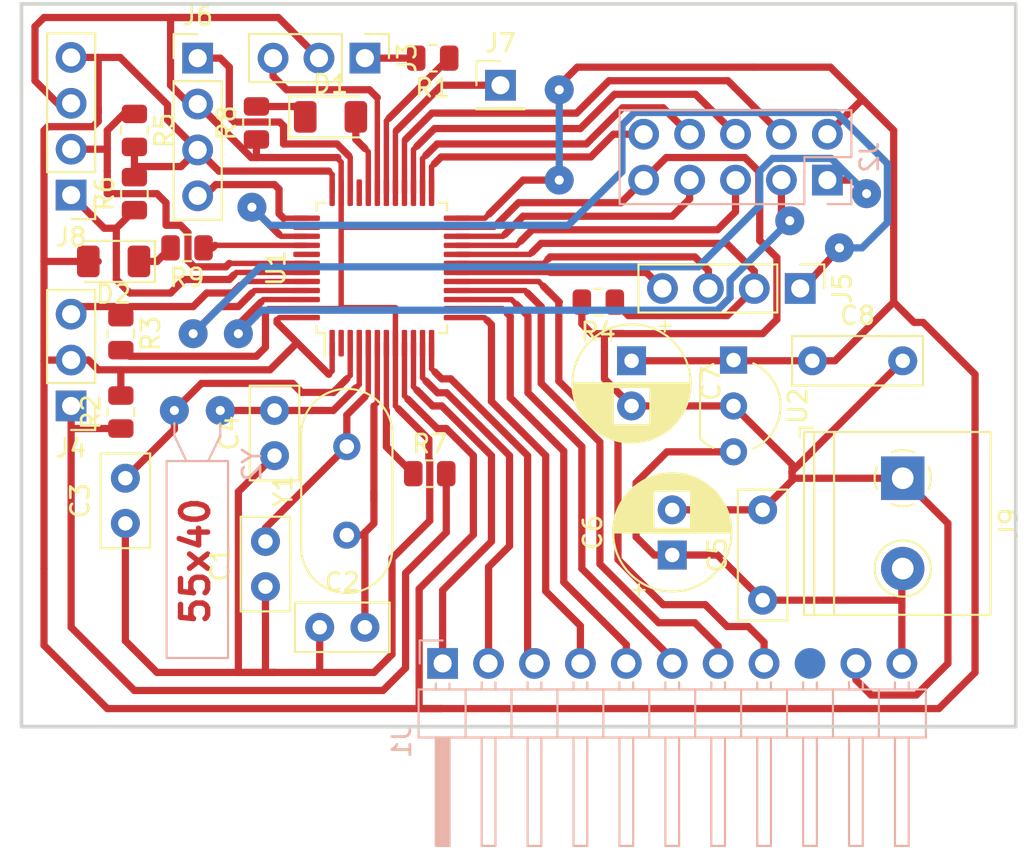
<source format=kicad_pcb>
(kicad_pcb (version 20221018) (generator pcbnew)
  (layers (0 "F.Cu" signal) (31 "B.Cu" signal) (34 "B.Paste" user) (35 "F.Paste" user) (36 "B.SilkS" user "B.Silkscreen") (37 "F.SilkS" user "F.Silkscreen") (38 "B.Mask" user) (39 "F.Mask" user) (44 "Edge.Cuts" user))
  (net 0 "")
  (net 1 "GNDD")
  (net 2 "Net-(U1-PD0)")
  (net 3 "Net-(U1-PD1)")
  (net 4 "Net-(U1-PC14)")
  (net 5 "Net-(U1-PC15)")
  (net 6 "+5V")
  (net 7 "VCC")
  (net 8 "Net-(J1-Pin_1)")
  (net 9 "Net-(J1-Pin_2)")
  (net 10 "Net-(J1-Pin_3)")
  (net 11 "Net-(J1-Pin_4)")
  (net 12 "Net-(J1-Pin_5)")
  (net 13 "Net-(J1-Pin_6)")
  (net 14 "Net-(J1-Pin_7)")
  (net 15 "Net-(J1-Pin_8)")
  (net 17 "Net-(J2-Pin_1)")
  (net 18 "Net-(J2-Pin_3)")
  (net 19 "Net-(J2-Pin_4)")
  (net 20 "Net-(J2-Pin_5)")
  (net 21 "Net-(J2-Pin_6)")
  (net 22 "Net-(J2-Pin_7)")
  (net 23 "Net-(J2-Pin_8)")
  (net 24 "Net-(J2-Pin_10)")
  (net 25 "Net-(J3-Pin_1)")
  (net 26 "/RX")
  (net 27 "/RST")
  (net 28 "/BOOT")
  (net 29 "Net-(J5-Pin_1)")
  (net 30 "Net-(J5-Pin_2)")
  (net 31 "Net-(J5-Pin_3)")
  (net 32 "Net-(J5-Pin_4)")
  (net 33 "/SWDIO")
  (net 34 "/SWCLK")
  (net 35 "Net-(J7-Pin_1)")
  (net 36 "/SDA")
  (net 37 "/SCL")
  (net 38 "/TX")
  (net 43 "Net-(U1-NRST)")
  (net 44 "Net-(D1-K)")
  (net 45 "Net-(D1-A)")
  (net 46 "Net-(D2-K)")
  (net 47 "Net-(U1-PB4)")
  (footprint "Connector_PinHeader_2.54mm:PinHeader_1x03_P2.54mm_Vertical" (layer "F.Cu") (at 23.75 45.25 180)
    (fp_text reference "J4")
    (fp_text value "BOOT/RST")
  )
  (footprint "Package_QFP:LQFP-48_7x7mm_P0.5mm" (layer "F.Cu") (at 40.9375 37.61 90)
    (fp_text reference "U1")
    (fp_text value "STM32F103C8Tx")
  )
  (footprint "Connector_PinHeader_2.54mm:PinHeader_1x04_P2.54mm_Vertical" (layer "F.Cu") (at 64.08 38.75 -90)
    (fp_text reference "J5")
    (fp_text value "7SEG_SEG")
  )
  (footprint "Capacitor_THT:C_Disc_D5.0mm_W2.5mm_P2.50mm" (layer "F.Cu") (at 34.5 55.25 90)
    (fp_text reference "C1")
    (fp_text value "22")
  )
  (footprint "Capacitor_THT:CP_Radial_D6.3mm_P2.50mm" (layer "F.Cu") (at 57 53.5 90)
    (fp_text reference "C6")
    (fp_text value "100.0")
  )
  (footprint "Capacitor_THT:C_Disc_D5.0mm_W2.5mm_P2.50mm" (layer "F.Cu") (at 35 48 90)
    (fp_text reference "C4")
    (fp_text value "22")
  )
  (footprint "Resistor_SMD:R_0805_2012Metric" (layer "F.Cu") (at 27.25 33.5 90)
    (fp_text reference "R6")
    (fp_text value "1k")
  )
  (footprint "Package_TO_SOT_THT:TO-92_Inline_Wide" (layer "F.Cu") (at 60.39 42.71 -90)
    (fp_text reference "U2")
    (fp_text value "L78L33_TO92")
  )
  (footprint "Capacitor_THT:C_Disc_D5.0mm_W2.5mm_P2.50mm" (layer "F.Cu") (at 37.5 57.5)
    (fp_text reference "C2")
    (fp_text value "22")
  )
  (footprint "TerminalBlock_Philmore:TerminalBlock_Philmore_TB132_1x02_P5.00mm_Horizontal" (layer "F.Cu") (at 69.75 49.25 -90)
    (fp_text reference "J9")
    (fp_text value "PWR")
  )
  (footprint "Resistor_SMD:R_0805_2012Metric" (layer "F.Cu") (at 52.9125 39.5 180)
    (fp_text reference "R4")
    (fp_text value "1k")
  )
  (footprint "LED_SMD:LED_1206_3216Metric" (layer "F.Cu") (at 38.1 29.25)
    (fp_text reference "D1")
    (fp_text value "LED")
  )
  (footprint "Connector_PinHeader_2.54mm:PinHeader_1x04_P2.54mm_Vertical" (layer "F.Cu") (at 30.75 26)
    (fp_text reference "J6")
    (fp_text value "SWD")
  )
  (footprint "Resistor_SMD:R_0805_2012Metric" (layer "F.Cu") (at 26.5 45.5875 90)
    (fp_text reference "R2")
    (fp_text value "1k")
  )
  (footprint "Resistor_SMD:R_0805_2012Metric" (layer "F.Cu") (at 27.25 30 -90)
    (fp_text reference "R5")
    (fp_text value "1k")
  )
  (footprint "Capacitor_THT:CP_Radial_D6.3mm_P2.50mm" (layer "F.Cu") (at 54.75 42.75 -90)
    (fp_text reference "C7")
    (fp_text value "100.0")
  )
  (footprint "Crystal:Crystal_HC18-U_Vertical" (layer "F.Cu") (at 39 52.4 90)
    (fp_text reference "Y1")
    (fp_text value "8MHz")
  )
  (footprint "Capacitor_THT:C_Disc_D5.0mm_W2.5mm_P2.50mm" (layer "F.Cu") (at 26.75 51.75 90)
    (fp_text reference "C3")
    (fp_text value "22")
  )
  (footprint "Connector_PinHeader_2.54mm:PinHeader_1x03_P2.54mm_Vertical" (layer "F.Cu") (at 40 26 -90)
    (fp_text reference "J3")
    (fp_text value "UART")
  )
  (footprint "Resistor_SMD:R_0805_2012Metric" (layer "F.Cu") (at 30.1625 36.5 180)
    (fp_text reference "R9")
    (fp_text value "1k")
  )
  (footprint "Resistor_SMD:R_0805_2012Metric" (layer "F.Cu") (at 26.5 41.25 -90)
    (fp_text reference "R3")
    (fp_text value "1k")
  )
  (footprint "Capacitor_THT:C_Disc_D7.0mm_W2.5mm_P5.00mm" (layer "F.Cu") (at 64.75 42.75)
    (fp_text reference "C8")
    (fp_text value "0.1")
  )
  (footprint "Resistor_SMD:R_0805_2012Metric" (layer "F.Cu") (at 34 29.5875 90)
    (fp_text reference "R8")
    (fp_text value "1k")
  )
  (footprint "Capacitor_THT:C_Disc_D7.0mm_W2.5mm_P5.00mm" (layer "F.Cu") (at 62 56 90)
    (fp_text reference "C5")
    (fp_text value "0.1")
  )
  (footprint "Connector_PinHeader_2.54mm:PinHeader_1x01_P2.54mm_Vertical" (layer "F.Cu") (at 47.5 27.5)
    (fp_text reference "J7")
    (fp_text value "PWM")
  )
  (footprint "LED_SMD:LED_1206_3216Metric" (layer "F.Cu") (at 26.1 37.25 180)
    (fp_text reference "D2")
    (fp_text value "LED")
  )
  (footprint "Connector_PinHeader_2.54mm:PinHeader_1x04_P2.54mm_Vertical" (layer "F.Cu") (at 23.75 33.58 180)
    (fp_text reference "J8")
    (fp_text value "I2C")
  )
  (footprint "Resistor_SMD:R_0805_2012Metric" (layer "F.Cu") (at 43.5875 49)
    (fp_text reference "R7")
    (fp_text value "0")
  )
  (footprint "Resistor_SMD:R_0805_2012Metric" (layer "F.Cu") (at 43.75 26 180)
    (fp_text reference "R1")
    (fp_text value "1k")
  )
  (footprint "Crystal:Crystal_AT310_D3.0mm_L10.0mm_Horizontal" (layer "B.Cu") (at 32 45.5 180)
    (fp_text reference "Y2")
    (fp_text value "32k")
  )
  (footprint "Connector_PinHeader_2.54mm:PinHeader_2x05_P2.54mm_Vertical" (layer "B.Cu") (at 65.58 32.75 90)
    (fp_text reference "J2")
    (fp_text value "7SEG_SEG")
  )
  (footprint "Connector_PinHeader_2.54mm:PinHeader_1x11_P2.54mm_Horizontal" (layer "B.Cu") (at 44.3 59.5 -90)
    (fp_text reference "J1")
    (fp_text value "KBD")
  )
  (gr_rect (start 21 23) (end 76 63) (stroke (width 0.2)) (fill none) (layer "Edge.Cuts"))
  (gr_text "55x40" (at 31.5 57.5 90) (layer "F.Cu") (effects (font (size 1.5 1.5) (thickness 0.3) bold) (justify left bottom)))
  (segment (start 40.5 60) (end 37.25 60) (width 0.4) (layer "F.Cu") (net 1))
  (segment (start 47.375 35.125) (end 48.5 34) (width 0.4) (layer "F.Cu") (net 1))
  (segment (start 33 60) (end 34.5 60) (width 0.4) (layer "F.Cu") (net 1))
  (segment (start 61.79 34.2) (end 61.84 34.25) (width 0.4) (layer "F.Cu") (net 1))
  (segment (start 37.5 57.5) (end 37.5 60) (width 0.4) (layer "F.Cu") (net 1))
  (segment (start 43.5375 47.1) (end 43.5375 48.223834) (width 0.4) (layer "F.Cu") (net 1))
  (segment (start 62 41.25) (end 62.79 40.46) (width 0.4) (layer "F.Cu") (net 1))
  (segment (start 54.17 34) (end 55.42 32.75) (width 0.4) (layer "F.Cu") (net 1))
  (segment (start 35.21 23.75) (end 30.75 23.75) (width 0.4) (layer "F.Cu") (net 1))
  (segment (start 48.5 34) (end 54.17 34) (width 0.4) (layer "F.Cu") (net 1))
  (segment (start 29.25 27.5) (end 30.29 28.54) (width 0.4) (layer "F.Cu") (net 1))
  (segment (start 35 48) (end 33 50) (width 0.4) (layer "F.Cu") (net 1))
  (segment (start 22.25 23.75) (end 21.75 24.25) (width 0.4) (layer "F.Cu") (net 1))
  (segment (start 62.79 40.46) (end 62.79 37.04) (width 0.4) (layer "F.Cu") (net 1))
  (segment (start 41.6875 45.25) (end 41.84375 45.40625) (width 0.3) (layer "F.Cu") (net 1))
  (segment (start 28.5 60) (end 27.125 58.625) (width 0.4) (layer "F.Cu") (net 1))
  (segment (start 72.25 59.5) (end 70.5 61.25) (width 0.4) (layer "F.Cu") (net 1))
  (segment (start 54.25 41.25) (end 53.25 41.25) (width 0.4) (layer "F.Cu") (net 1))
  (segment (start 61.017767 31.5) (end 61.79 32.272233) (width 0.4) (layer "F.Cu") (net 1))
  (segment (start 34.5 40.021447) (end 34.5 40.5) (width 0.4) (layer "F.Cu") (net 1))
  (segment (start 60.39 45.25) (end 63.625 48.485) (width 0.4) (layer "F.Cu") (net 1))
  (segment (start 56.67 31.5) (end 61.017767 31.5) (width 0.4) (layer "F.Cu") (net 1))
  (segment (start 34.5 60) (end 35 60) (width 0.4) (layer "F.Cu") (net 1))
  (segment (start 53.25 41.25) (end 53.25 41.95) (width 0.4) (layer "F.Cu") (net 1))
  (segment (start 55.42 32.75) (end 56.67 31.5) (width 0.4) (layer "F.Cu") (net 1))
  (segment (start 37.5 60) (end 37.25 60) (width 0.4) (layer "F.Cu") (net 1))
  (segment (start 34 31.5) (end 33.71 31.5) (width 0.4) (layer "F.Cu") (net 1))
  (segment (start 38.64 39.86) (end 41.6875 39.86) (width 0.4) (layer "F.Cu") (net 1))
  (segment (start 38.6875 33.4475) (end 38.6875 35.25) (width 0.3) (layer "F.Cu") (net 1))
  (segment (start 69.75 49.25) (end 72.25 51.75) (width 0.4) (layer "F.Cu") (net 1))
  (segment (start 34.5 55.25) (end 34.5 60) (width 0.4) (layer "F.Cu") (net 1))
  (segment (start 21.75 27.25) (end 23 28.5) (width 0.4) (layer "F.Cu") (net 1))
  (segment (start 41.84375 45.40625) (end 43.5375 47.1) (width 0.4) (layer "F.Cu") (net 1))
  (segment (start 53.25 43.75) (end 54.75 45.25) (width 0.4) (layer "F.Cu") (net 1))
  (segment (start 45.1 35.36) (end 47.14 35.36) (width 0.3) (layer "F.Cu") (net 1))
  (segment (start 37.46 26) (end 35.21 23.75) (width 0.4) (layer "F.Cu") (net 1))
  (segment (start 34 42.5) (end 27 42.5) (width 0.4) (layer "F.Cu") (net 1))
  (segment (start 62.79 37.04) (end 61.84 36.09) (width 0.4) (layer "F.Cu") (net 1))
  (segment (start 43.5875 48.273834) (end 43.5875 51.6) (width 0.4) (layer "F.Cu") (net 1))
  (segment (start 33.71 31.5) (end 30.75 28.54) (width 0.4) (layer "F.Cu") (net 1))
  (segment (start 47.14 35.36) (end 47.375 35.125) (width 0.3) (layer "F.Cu") (net 1))
  (segment (start 43.5875 51.6) (end 41.5 53.6875) (width 0.4) (layer "F.Cu") (net 1))
  (segment (start 41.6875 41.7725) (end 41.6875 45.25) (width 0.3) (layer "F.Cu") (net 1))
  (segment (start 54.25 41.25) (end 52.55 41.25) (width 0.4) (layer "F.Cu") (net 1))
  (segment (start 63.625 49) (end 63.625 49.375) (width 0.4) (layer "F.Cu") (net 1))
  (segment (start 63.75 49.25) (end 63.625 49.375) (width 0.4) (layer "F.Cu") (net 1))
  (segment (start 30.29 28.54) (end 30.75 28.54) (width 0.4) (layer "F.Cu") (net 1))
  (segment (start 63.625 48.875) (end 63.625 49) (width 0.4) (layer "F.Cu") (net 1))
  (segment (start 38.6875 31.758212) (end 38.464644 31.535356) (width 0.3) (layer "F.Cu") (net 1))
  (segment (start 26.75 51.75) (end 26.75 58.25) (width 0.4) (layer "F.Cu") (net 1))
  (segment (start 35 60) (end 28.5 60) (width 0.4) (layer "F.Cu") (net 1))
  (segment (start 36.775 39.86) (end 34.667818 39.86) (width 0.3) (layer "F.Cu") (net 1))
  (segment (start 63.625 49.375) (end 62 51) (width 0.4) (layer "F.Cu") (net 1))
  (segment (start 61.84 36.09) (end 61.84 34.25) (width 0.4) (layer "F.Cu") (net 1))
  (segment (start 52.55 41.25) (end 52.275 40.975) (width 0.4) (layer "F.Cu") (net 1))
  (segment (start 30.75 23.75) (end 22.25 23.75) (width 0.4) (layer "F.Cu") (net 1))
  (segment (start 38.7975 35.36) (end 38.6875 35.25) (width 0.3) (layer "F.Cu") (net 1))
  (segment (start 52 40.7) (end 52.275 40.975) (width 0.4) (layer "F.Cu") (net 1))
  (segment (start 53.25 41.95) (end 53.25 43.75) (width 0.4) (layer "F.Cu") (net 1))
  (segment (start 30.75 23.75) (end 29.25 23.75) (width 0.4) (layer "F.Cu") (net 1))
  (segment (start 37.25 60) (end 35 60) (width 0.4) (layer "F.Cu") (net 1))
  (segment (start 34 30.5) (end 34 31.5) (width 0.4) (layer "F.Cu") (net 1))
  (segment (start 70.5 61.25) (end 68 61.25) (width 0.4) (layer "F.Cu") (net 1))
  (segment (start 43.5375 48.223834) (end 43.5875 48.273834) (width 0.4) (layer "F.Cu") (net 1))
  (segment (start 38.6875 35.25) (end 38.6875 39.8125) (width 0.3) (layer "F.Cu") (net 1))
  (segment (start 34.667818 39.86) (end 34.638909 39.888909) (width 0.3) (layer "F.Cu") (net 1))
  (segment (start 33 50) (end 33 60) (width 0.4) (layer "F.Cu") (net 1))
  (segment (start 54.25 41.25) (end 62 41.25) (width 0.4) (layer "F.Cu") (net 1))
  (segment (start 69.75 49.25) (end 63.75 49.25) (width 0.4) (layer "F.Cu") (net 1))
  (segment (start 34.5 40.5) (end 34.5 42) (width 0.4) (layer "F.Cu") (net 1))
  (segment (start 52 39.5) (end 52 40.7) (width 0.4) (layer "F.Cu") (net 1))
  (segment (start 29.25 23.75) (end 29.25 27.5) (width 0.4) (layer "F.Cu") (net 1))
  (segment (start 57 51) (end 62 51) (width 0.4) (layer "F.Cu") (net 1))
  (segment (start 69.75 42.75) (end 63.625 48.875) (width 0.4) (layer "F.Cu") (net 1))
  (segment (start 41.6875 41.7725) (end 41.6875 39.86) (width 0.3) (layer "F.Cu") (net 1))
  (segment (start 45.1 35.36) (end 38.7975 35.36) (width 0.3) (layer "F.Cu") (net 1))
  (segment (start 72.25 51.75) (end 72.25 59.5) (width 0.4) (layer "F.Cu") (net 1))
  (segment (start 34.5 42) (end 34 42.5) (width 0.4) (layer "F.Cu") (net 1))
  (segment (start 63.625 48.485) (end 63.625 49) (width 0.4) (layer "F.Cu") (net 1))
  (segment (start 61.79 32.272233) (end 61.79 34.2) (width 0.4) (layer "F.Cu") (net 1))
  (segment (start 67.16 60.41) (end 67.16 59.5) (width 0.4) (layer "F.Cu") (net 1))
  (segment (start 21.75 24.25) (end 21.75 27.25) (width 0.4) (layer "F.Cu") (net 1))
  (segment (start 38.5 31.5) (end 34 31.5) (width 0.4) (layer "F.Cu") (net 1))
  (segment (start 68 61.25) (end 67.16 60.41) (width 0.4) (layer "F.Cu") (net 1))
  (segment (start 41.5 53.6875) (end 41.5 59) (width 0.4) (layer "F.Cu") (net 1))
  (segment (start 23 28.5) (end 23.75 28.5) (width 0.4) (layer "F.Cu") (net 1))
  (segment (start 38.6875 39.8125) (end 38.64 39.86) (width 0.3) (layer "F.Cu") (net 1))
  (segment (start 26.75 58.25) (end 27.125 58.625) (width 0.4) (layer "F.Cu") (net 1))
  (segment (start 41.5 59) (end 40.5 60) (width 0.4) (layer "F.Cu") (net 1))
  (segment (start 54.75 45.25) (end 60.39 45.25) (width 0.4) (layer "F.Cu") (net 1))
  (segment (start 27 42.5) (end 26.5 42) (width 0.4) (layer "F.Cu") (net 1))
  (segment (start 36.775 39.86) (end 38.64 39.86) (width 0.3) (layer "F.Cu") (net 1))
  (segment (start 38.6875 33.4475) (end 38.6875 31.758212) (width 0.3) (layer "F.Cu") (net 1))
  (segment (start 40 44.75) (end 39 45.75) (width 0.4) (layer "F.Cu") (net 2))
  (segment (start 34.5 52) (end 34.5 52.75) (width 0.4) (layer "F.Cu") (net 2))
  (segment (start 39 45.75) (end 39 47.5) (width 0.4) (layer "F.Cu") (net 2))
  (segment (start 39 47.5) (end 34.5 52) (width 0.4) (layer "F.Cu") (net 2))
  (segment (start 40.1875 41.7725) (end 40.1875 44.5625) (width 0.3) (layer "F.Cu") (net 2))
  (segment (start 40.1875 44.5625) (end 40 44.75) (width 0.3) (layer "F.Cu") (net 2))
  (segment (start 39.85 52.4) (end 40 52.25) (width 0.4) (layer "F.Cu") (net 3))
  (segment (start 39 52.4) (end 39.85 52.4) (width 0.4) (layer "F.Cu") (net 3))
  (segment (start 40.5 45.25) (end 40.5 50) (width 0.4) (layer "F.Cu") (net 3))
  (segment (start 40.6875 44.75) (end 40.6875 45.0625) (width 0.3) (layer "F.Cu") (net 3))
  (segment (start 40.5 50) (end 40.5 50.525) (width 0.4) (layer "F.Cu") (net 3))
  (segment (start 40.6875 41.7725) (end 40.6875 44.75) (width 0.3) (layer "F.Cu") (net 3))
  (segment (start 40.5 50) (end 40.5 51.75) (width 0.4) (layer "F.Cu") (net 3))
  (segment (start 40.5 51.75) (end 40 52.25) (width 0.4) (layer "F.Cu") (net 3))
  (segment (start 40 57.5) (end 40 52.25) (width 0.4) (layer "F.Cu") (net 3))
  (segment (start 40.6875 45.0625) (end 40.5 45.25) (width 0.3) (layer "F.Cu") (net 3))
  (segment (start 38.25 44.5) (end 39 43.75) (width 0.4) (layer "F.Cu") (net 4))
  (segment (start 39.1875 43.5625) (end 39 43.75) (width 0.3) (layer "F.Cu") (net 4))
  (segment (start 39.1875 41.7725) (end 39.1875 43.5625) (width 0.3) (layer "F.Cu") (net 4))
  (segment (start 29.46 46.54) (end 26.75 49.25) (width 0.4) (layer "F.Cu") (net 4))
  (segment (start 30.96 44) (end 36 44) (width 0.4) (layer "F.Cu") (net 4))
  (segment (start 36.5 44.5) (end 38.25 44.5) (width 0.4) (layer "F.Cu") (net 4))
  (segment (start 36 44) (end 36.5 44.5) (width 0.4) (layer "F.Cu") (net 4))
  (segment (start 29.46 45.5) (end 29.46 46.54) (width 0.4) (layer "F.Cu") (net 4))
  (segment (start 29.46 45.5) (end 30.96 44) (width 0.4) (layer "F.Cu") (net 4))
  (segment (start 35 45.5) (end 32 45.5) (width 0.4) (layer "F.Cu") (net 5))
  (segment (start 39.5 44.25) (end 38.25 45.5) (width 0.4) (layer "F.Cu") (net 5))
  (segment (start 39.6875 44.0625) (end 39.5 44.25) (width 0.3) (layer "F.Cu") (net 5))
  (segment (start 39.6875 41.7725) (end 39.6875 44.0625) (width 0.3) (layer "F.Cu") (net 5))
  (segment (start 38.25 45.5) (end 35 45.5) (width 0.4) (layer "F.Cu") (net 5))
  (segment (start 62 56) (end 59.5 53.5) (width 0.4) (layer "F.Cu") (net 6))
  (segment (start 69.7 54.3) (end 69.75 54.25) (width 0.4) (layer "F.Cu") (net 6))
  (segment (start 62 56) (end 69.7 56) (width 0.4) (layer "F.Cu") (net 6))
  (segment (start 69.7 59.5) (end 69.7 56) (width 0.4) (layer "F.Cu") (net 6))
  (segment (start 57 53.5) (end 56 53.5) (width 0.4) (layer "F.Cu") (net 6))
  (segment (start 55 49.5) (end 56.71 47.79) (width 0.4) (layer "F.Cu") (net 6))
  (segment (start 56 53.5) (end 55 52.5) (width 0.4) (layer "F.Cu") (net 6))
  (segment (start 56.71 47.79) (end 60.39 47.79) (width 0.4) (layer "F.Cu") (net 6))
  (segment (start 55 52.5) (end 55 49.5) (width 0.4) (layer "F.Cu") (net 6))
  (segment (start 69.7 56) (end 69.7 54.3) (width 0.4) (layer "F.Cu") (net 6))
  (segment (start 59.5 53.5) (end 57 53.5) (width 0.4) (layer "F.Cu") (net 6))
  (segment (start 31 43.25) (end 26.5 43.25) (width 0.4) (layer "F.Cu") (net 7))
  (segment (start 38 32.25) (end 31.92 32.25) (width 0.4) (layer "F.Cu") (net 7))
  (segment (start 22.25 58.5) (end 22.25 54.25) (width 0.4) (layer "F.Cu") (net 7))
  (segment (start 70.875 40.625) (end 73.75 43.5) (width 0.4) (layer "F.Cu") (net 7))
  (segment (start 65.75 26.5) (end 67.625 28.375) (width 0.4) (layer "F.Cu") (net 7))
  (segment (start 26.5 44.675) (end 26.5 43.25) (width 0.4) (layer "F.Cu") (net 7))
  (segment (start 35.14 40.5) (end 35.14 40.64) (width 0.4) (layer "F.Cu") (net 7))
  (segment (start 73.75 43.5) (end 73.75 60) (width 0.4) (layer "F.Cu") (net 7))
  (segment (start 25.75 62) (end 22.25 58.5) (width 0.4) (layer "F.Cu") (net 7))
  (segment (start 43 62) (end 44.25 62) (width 0.4) (layer "F.Cu") (net 7))
  (segment (start 27.25 30.9125) (end 27.25 32.5875) (width 0.4) (layer "F.Cu") (net 7))
  (segment (start 70.375 40.625) (end 70.875 40.625) (width 0.4) (layer "F.Cu") (net 7))
  (segment (start 35.14 40.64) (end 36.25 41.75) (width 0.4) (layer "F.Cu") (net 7))
  (segment (start 46.875 34.625) (end 48.75 32.75) (width 0.4) (layer "F.Cu") (net 7))
  (segment (start 22.25 30) (end 22.457106 29.792894) (width 0.4) (layer "F.Cu") (net 7))
  (segment (start 73.75 60) (end 71.75 62) (width 0.4) (layer "F.Cu") (net 7))
  (segment (start 25.25 29) (end 25.25 25.96) (width 0.4) (layer "F.Cu") (net 7))
  (segment (start 22.25 37.25) (end 22.25 30) (width 0.4) (layer "F.Cu") (net 7))
  (segment (start 50.75 27.75) (end 50.75 27.5) (width 0.4) (layer "F.Cu") (net 7))
  (segment (start 36.25 41.75) (end 34.75 43.25) (width 0.4) (layer "F.Cu") (net 7))
  (segment (start 23.75 42.71) (end 22.29 42.71) (width 0.4) (layer "F.Cu") (net 7))
  (segment (start 25.25 29) (end 25.25 28.75) (width 0.4) (layer "F.Cu") (net 7))
  (segment (start 69.25 30) (end 67.625 28.375) (width 0.4) (layer "F.Cu") (net 7))
  (segment (start 22.25 42.75) (end 22.25 41.75) (width 0.4) (layer "F.Cu") (net 7))
  (segment (start 27.25 32) (end 29.83 32) (width 0.4) (layer "F.Cu") (net 7))
  (segment (start 46 52.375) (end 43 55.375) (width 0.4) (layer "F.Cu") (net 7))
  (segment (start 36.775 40.36) (end 35.28 40.36) (width 0.3) (layer "F.Cu") (net 7))
  (segment (start 26.46 25.96) (end 29.085 28.585) (width 0.4) (layer "F.Cu") (net 7))
  (segment (start 45.1 34.86) (end 46.64 34.86) (width 0.3) (layer "F.Cu") (net 7))
  (segment (start 24.957106 29.792894) (end 25.25 29.5) (width 0.4) (layer "F.Cu") (net 7))
  (segment (start 29.085 29.415) (end 30.75 31.08) (width 0.4) (layer "F.Cu") (net 7))
  (segment (start 50.75 27.5) (end 51.75 26.5) (width 0.4) (layer "F.Cu") (net 7))
  (segment (start 61.5 26.5) (end 65.75 26.5) (width 0.4) (layer "F.Cu") (net 7))
  (segment (start 51.75 26.5) (end 61.5 26.5) (width 0.4) (layer "F.Cu") (net 7))
  (segment (start 31.92 32.25) (end 30.75 31.08) (width 0.4) (layer "F.Cu") (net 7))
  (segment (start 38.1875 43.3125) (end 38 43.5) (width 0.3) (layer "F.Cu") (net 7))
  (segment (start 38.1875 33.4475) (end 38.1875 32.4375) (width 0.3) (layer "F.Cu") (net 7))
  (segment (start 34.75 43.25) (end 31 43.25) (width 0.4) (layer "F.Cu") (net 7))
  (segment (start 36.25 41.75) (end 38 43.5) (width 0.4) (layer "F.Cu") (net 7))
  (segment (start 66 42.75) (end 69.25 39.5) (width 0.4) (layer "F.Cu") (net 7))
  (segment (start 44 46.5) (end 44.5 46.5) (width 0.4) (layer "F.Cu") (net 7))
  (segment (start 64.75 42.75) (end 66 42.75) (width 0.4) (layer "F.Cu") (net 7))
  (segment (start 44.25 62) (end 25.75 62) (width 0.4) (layer "F.Cu") (net 7))
  (segment (start 42.1875 44.6875) (end 42.375 44.875) (width 0.3) (layer "F.Cu") (net 7))
  (segment (start 29.085 28.585) (end 29.085 29.415) (width 0.4) (layer "F.Cu") (net 7))
  (segment (start 23.75 25.96) (end 25.25 25.96) (width 0.4) (layer "F.Cu") (net 7))
  (segment (start 71.75 62) (end 44.25 62) (width 0.4) (layer "F.Cu") (net 7))
  (segment (start 42.1875 41.7725) (end 42.1875 44.6875) (width 0.3) (layer "F.Cu") (net 7))
  (segment (start 25.25 43.25) (end 24.71 42.71) (width 0.4) (layer "F.Cu") (net 7))
  (segment (start 22.457106 29.792894) (end 24.957106 29.792894) (width 0.4) (layer "F.Cu") (net 7))
  (segment (start 24.71 42.71) (end 23.75 42.71) (width 0.4) (layer "F.Cu") (net 7))
  (segment (start 22.29 42.71) (end 22.25 42.75) (width 0.4) (layer "F.Cu") (net 7))
  (segment (start 22.25 41.75) (end 22.25 37.25) (width 0.4) (layer "F.Cu") (net 7))
  (segment (start 43 55.375) (end 43 62) (width 0.4) (layer "F.Cu") (net 7))
  (segment (start 48.75 32.75) (end 50.75 32.75) (width 0.4) (layer "F.Cu") (net 7))
  (segment (start 25.25 25.96) (end 26.46 25.96) (width 0.4) (layer "F.Cu") (net 7))
  (segment (start 29.83 32) (end 30.75 31.08) (width 0.4) (layer "F.Cu") (net 7))
  (segment (start 44.5 46.5) (end 46 48) (width 0.4) (layer "F.Cu") (net 7))
  (segment (start 46.64 34.86) (end 46.875 34.625) (width 0.3) (layer "F.Cu") (net 7))
  (segment (start 42.375 44.875) (end 44 46.5) (width 0.4) (layer "F.Cu") (net 7))
  (segment (start 25.25 29.5) (end 25.25 29) (width 0.4) (layer "F.Cu") (net 7))
  (segment (start 69.25 39.5) (end 69.25 30) (width 0.4) (layer "F.Cu") (net 7))
  (segment (start 54.75 42.75) (end 64.75 42.75) (width 0.4) (layer "F.Cu") (net 7))
  (segment (start 26.5 43.25) (end 25.25 43.25) (width 0.4) (layer "F.Cu") (net 7))
  (segment (start 25.25 37.25) (end 22.25 37.25) (width 0.4) (layer "F.Cu") (net 7))
  (segment (start 35.28 40.36) (end 35.14 40.5) (width 0.3) (layer "F.Cu") (net 7))
  (segment (start 65.58 30.21) (end 67.415 28.375) (width 0.4) (layer "F.Cu") (net 7))
  (segment (start 69.25 39.5) (end 70.375 40.625) (width 0.4) (layer "F.Cu") (net 7))
  (segment (start 67.415 28.375) (end 67.625 28.375) (width 0.4) (layer "F.Cu") (net 7))
  (segment (start 38.1875 41.7725) (end 38.1875 43.3125) (width 0.3) (layer "F.Cu") (net 7))
  (segment (start 22.25 54.25) (end 22.25 42.75) (width 0.4) (layer "F.Cu") (net 7))
  (segment (start 46 48) (end 46 52.375) (width 0.4) (layer "F.Cu") (net 7))
  (segment (start 38.1875 32.4375) (end 38 32.25) (width 0.3) (layer "F.Cu") (net 7))
  (via (at 50.75 27.75) (size 1.6) (drill 0.5) (layers "F.Cu" "B.Cu") (net 7))
  (via (at 50.75 32.75) (size 1.6) (drill 0.5) (layers "F.Cu" "B.Cu") (net 7))
  (segment (start 50.75 27.75) (end 50.75 32.75) (width 0.4) (layer "B.Cu") (net 7))
  (segment (start 47 48) (end 47 52.75) (width 0.4) (layer "F.Cu") (net 8))
  (segment (start 43.75 45.25) (end 44.25 45.25) (width 0.4) (layer "F.Cu") (net 8))
  (segment (start 47 52.75) (end 44.3 55.45) (width 0.4) (layer "F.Cu") (net 8))
  (segment (start 44.25 45.25) (end 47 48) (width 0.4) (layer "F.Cu") (net 8))
  (segment (start 42.6875 41.7725) (end 42.6875 44.1875) (width 0.3) (layer "F.Cu") (net 8))
  (segment (start 44.3 55.45) (end 44.3 59.5) (width 0.4) (layer "F.Cu") (net 8))
  (segment (start 42.875 44.375) (end 43.75 45.25) (width 0.4) (layer "F.Cu") (net 8))
  (segment (start 42.6875 44.1875) (end 42.875 44.375) (width 0.3) (layer "F.Cu") (net 8))
  (segment (start 44.021447 44.521447) (end 44.521447 44.521447) (width 0.4) (layer "F.Cu") (net 9))
  (segment (start 48 48) (end 48 53) (width 0.4) (layer "F.Cu") (net 9))
  (segment (start 43.375 43.875) (end 44.021447 44.521447) (width 0.4) (layer "F.Cu") (net 9))
  (segment (start 43.1875 43.6875) (end 43.375 43.875) (width 0.3) (layer "F.Cu") (net 9))
  (segment (start 44.521447 44.521447) (end 48 48) (width 0.4) (layer "F.Cu") (net 9))
  (segment (start 48 53) (end 46.84 54.16) (width 0.4) (layer "F.Cu") (net 9))
  (segment (start 46.84 54.16) (end 46.84 59.5) (width 0.4) (layer "F.Cu") (net 9))
  (segment (start 43.1875 41.7725) (end 43.1875 43.6875) (width 0.3) (layer "F.Cu") (net 9))
  (segment (start 44.25 43.75) (end 44.75 43.75) (width 0.4) (layer "F.Cu") (net 10))
  (segment (start 44.75 43.75) (end 49 48) (width 0.4) (layer "F.Cu") (net 10))
  (segment (start 49 48) (end 49 59.12) (width 0.4) (layer "F.Cu") (net 10))
  (segment (start 49 59.12) (end 49.38 59.5) (width 0.4) (layer "F.Cu") (net 10))
  (segment (start 43.6875 43.1875) (end 43.875 43.375) (width 0.3) (layer "F.Cu") (net 10))
  (segment (start 43.6875 41.7725) (end 43.6875 43.1875) (width 0.3) (layer "F.Cu") (net 10))
  (segment (start 43.875 43.375) (end 44.25 43.75) (width 0.4) (layer "F.Cu") (net 10))
  (segment (start 50 48) (end 50 55.5) (width 0.4) (layer "F.Cu") (net 11))
  (segment (start 51.92 57.42) (end 51.92 59.5) (width 0.4) (layer "F.Cu") (net 11))
  (segment (start 50 55.5) (end 51.92 57.42) (width 0.4) (layer "F.Cu") (net 11))
  (segment (start 47 45) (end 50 48) (width 0.4) (layer "F.Cu") (net 11))
  (segment (start 47 40.75) (end 47 45) (width 0.4) (layer "F.Cu") (net 11))
  (segment (start 46.75 40.5) (end 47 40.75) (width 0.4) (layer "F.Cu") (net 11))
  (segment (start 45.1 40.36) (end 46.61 40.36) (width 0.3) (layer "F.Cu") (net 11))
  (segment (start 46.61 40.36) (end 46.75 40.5) (width 0.3) (layer "F.Cu") (net 11))
  (segment (start 48.04031 40.29031) (end 47.875 40.125) (width 0.4) (layer "F.Cu") (net 12))
  (segment (start 51 47.75) (end 48.04031 44.79031) (width 0.4) (layer "F.Cu") (net 12))
  (segment (start 51 55) (end 51 47.75) (width 0.4) (layer "F.Cu") (net 12))
  (segment (start 47.61 39.86) (end 47.875 40.125) (width 0.3) (layer "F.Cu") (net 12))
  (segment (start 48.04031 44.79031) (end 48.04031 40.29031) (width 0.4) (layer "F.Cu") (net 12))
  (segment (start 45.1 39.86) (end 47.61 39.86) (width 0.3) (layer "F.Cu") (net 12))
  (segment (start 54.46 58.46) (end 51 55) (width 0.4) (layer "F.Cu") (net 12))
  (segment (start 54.46 59.5) (end 54.46 58.46) (width 0.4) (layer "F.Cu") (net 12))
  (segment (start 45.1 39.36) (end 48.11 39.36) (width 0.3) (layer "F.Cu") (net 13))
  (segment (start 52 47.5) (end 49.018863 44.518863) (width 0.4) (layer "F.Cu") (net 13))
  (segment (start 52 54.25) (end 52 47.5) (width 0.4) (layer "F.Cu") (net 13))
  (segment (start 57 59.5) (end 57 59.25) (width 0.4) (layer "F.Cu") (net 13))
  (segment (start 57 59.25) (end 52 54.25) (width 0.4) (layer "F.Cu") (net 13))
  (segment (start 49.018863 44.518863) (end 49.018863 40.268863) (width 0.4) (layer "F.Cu") (net 13))
  (segment (start 49.018863 40.268863) (end 48.375 39.625) (width 0.4) (layer "F.Cu") (net 13))
  (segment (start 48.11 39.36) (end 48.375 39.625) (width 0.3) (layer "F.Cu") (net 13))
  (segment (start 48.86 38.86) (end 49 39) (width 0.3) (layer "F.Cu") (net 14))
  (segment (start 53 54) (end 56.25 57.25) (width 0.4) (layer "F.Cu") (net 14))
  (segment (start 53 47.25) (end 53 54) (width 0.4) (layer "F.Cu") (net 14))
  (segment (start 49 39) (end 49.75 39.75) (width 0.4) (layer "F.Cu") (net 14))
  (segment (start 59.54 58.54) (end 59.54 59.5) (width 0.4) (layer "F.Cu") (net 14))
  (segment (start 56.25 57.25) (end 58.25 57.25) (width 0.4) (layer "F.Cu") (net 14))
  (segment (start 58.25 57.25) (end 59.54 58.54) (width 0.4) (layer "F.Cu") (net 14))
  (segment (start 49.75 44) (end 53 47.25) (width 0.4) (layer "F.Cu") (net 14))
  (segment (start 45.1 38.86) (end 48.86 38.86) (width 0.3) (layer "F.Cu") (net 14))
  (segment (start 49.75 39.75) (end 49.75 44) (width 0.4) (layer "F.Cu") (net 14))
  (segment (start 54 47.149031) (end 54 53.75) (width 0.4) (layer "F.Cu") (net 15))
  (segment (start 54 53.75) (end 56.5 56.25) (width 0.4) (layer "F.Cu") (net 15))
  (segment (start 50.725969 43.875) (end 54 47.149031) (width 0.4) (layer "F.Cu") (net 15))
  (segment (start 49.875 38.625) (end 50.75 39.5) (width 0.4) (layer "F.Cu") (net 15))
  (segment (start 56.5 56.25) (end 58.83 56.25) (width 0.4) (layer "F.Cu") (net 15))
  (segment (start 61.21 57.46) (end 62.08 58.33) (width 0.4) (layer "F.Cu") (net 15))
  (segment (start 45.1 38.36) (end 49.61 38.36) (width 0.3) (layer "F.Cu") (net 15))
  (segment (start 62.08 58.33) (end 62.08 59.5) (width 0.4) (layer "F.Cu") (net 15))
  (segment (start 50.75 39.5) (end 50.725969 39.524031) (width 0.4) (layer "F.Cu") (net 15))
  (segment (start 49.61 38.36) (end 49.875 38.625) (width 0.3) (layer "F.Cu") (net 15))
  (segment (start 50.725969 39.524031) (end 50.725969 43.875) (width 0.4) (layer "F.Cu") (net 15))
  (segment (start 58.83 56.25) (end 60.04 57.46) (width 0.4) (layer "F.Cu") (net 15))
  (segment (start 60.04 57.46) (end 61.21 57.46) (width 0.4) (layer "F.Cu") (net 15))
  (segment (start 33.89 38.86) (end 33.75 39) (width 0.3) (layer "F.Cu") (net 17))
  (segment (start 65.58 32.75) (end 67 32.75) (width 0.4) (layer "F.Cu") (net 17))
  (segment (start 36.775 38.86) (end 33.89 38.86) (width 0.3) (layer "F.Cu") (net 17))
  (segment (start 32 39.75) (end 30.5 41.25) (width 0.4) (layer "F.Cu") (net 17))
  (segment (start 33.75 39) (end 33 39.75) (width 0.4) (layer "F.Cu") (net 17))
  (segment (start 67 32.75) (end 67.75 33.5) (width 0.4) (layer "F.Cu") (net 17))
  (segment (start 67.75 33.5) (end 67.5 33.25) (width 0.4) (layer "F.Cu") (net 17))
  (segment (start 33 39.75) (end 32 39.75) (width 0.4) (layer "F.Cu") (net 17))
  (via (at 67.75 33.5) (size 1.6) (drill 0.5) (layers "F.Cu" "B.Cu") (net 17))
  (via (at 30.5 41.25) (size 1.6) (drill 0.5) (layers "F.Cu" "B.Cu") (net 17))
  (segment (start 62.542943 31.55) (end 65.8 31.55) (width 0.4) (layer "B.Cu") (net 17))
  (segment (start 61.84 34.16) (end 61.84 32.252943) (width 0.4) (layer "B.Cu") (net 17))
  (segment (start 65.8 31.55) (end 67.75 33.5) (width 0.4) (layer "B.Cu") (net 17))
  (segment (start 30.5 41.25) (end 34.2 37.55) (width 0.4) (layer "B.Cu") (net 17))
  (segment (start 61.84 32.252943) (end 62.542943 31.55) (width 0.4) (layer "B.Cu") (net 17))
  (segment (start 34.2 37.55) (end 58.45 37.55) (width 0.4) (layer "B.Cu") (net 17))
  (segment (start 58.45 37.55) (end 61.84 34.16) (width 0.4) (layer "B.Cu") (net 17))
  (segment (start 63.04 34.54) (end 63.5 35) (width 0.4) (layer "F.Cu") (net 18))
  (segment (start 34.25 39.5) (end 33 40.75) (width 0.4) (layer "F.Cu") (net 18))
  (segment (start 36.775 39.36) (end 34.39 39.36) (width 0.3) (layer "F.Cu") (net 18))
  (segment (start 33 40.75) (end 33 41.25) (width 0.4) (layer "F.Cu") (net 18))
  (segment (start 63.04 32.75) (end 63.04 34.54) (width 0.4) (layer "F.Cu") (net 18))
  (segment (start 34.39 39.36) (end 34.25 39.5) (width 0.3) (layer "F.Cu") (net 18))
  (via (at 33 41.25) (size 1.6) (drill 0.5) (layers "F.Cu" "B.Cu") (net 18))
  (via (at 63.5 35) (size 1.6) (drill 0.5) (layers "F.Cu" "B.Cu") (net 18))
  (segment (start 33 41.25) (end 34.3 39.95) (width 0.4) (layer "B.Cu") (net 18))
  (segment (start 59.497057 39.95) (end 60.2 39.247057) (width 0.4) (layer "B.Cu") (net 18))
  (segment (start 34.3 39.95) (end 59.497057 39.95) (width 0.4) (layer "B.Cu") (net 18))
  (segment (start 60.2 38.3) (end 63.5 35) (width 0.4) (layer "B.Cu") (net 18))
  (segment (start 60.2 39.247057) (end 60.2 38.3) (width 0.4) (layer "B.Cu") (net 18))
  (segment (start 51.707106 29.042894) (end 53.5 27.25) (width 0.4) (layer "F.Cu") (net 19))
  (segment (start 60.08 27.25) (end 63.04 30.21) (width 0.4) (layer "F.Cu") (net 19))
  (segment (start 42.1875 30.5625) (end 42.25 30.5) (width 0.3) (layer "F.Cu") (net 19))
  (segment (start 53.5 27.25) (end 60.08 27.25) (width 0.4) (layer "F.Cu") (net 19))
  (segment (start 42.25 30.5) (end 43.707106 29.042894) (width 0.4) (layer "F.Cu") (net 19))
  (segment (start 43.707106 29.042894) (end 51.707106 29.042894) (width 0.4) (layer "F.Cu") (net 19))
  (segment (start 42.1875 33.4475) (end 42.1875 30.5625) (width 0.3) (layer "F.Cu") (net 19))
  (segment (start 49.25 35.5) (end 59.5 35.5) (width 0.4) (layer "F.Cu") (net 20))
  (segment (start 60.5 34.5) (end 60.5 32.75) (width 0.4) (layer "F.Cu") (net 20))
  (segment (start 48.625 36.125) (end 49.25 35.5) (width 0.4) (layer "F.Cu") (net 20))
  (segment (start 48.39 36.36) (end 48.625 36.125) (width 0.3) (layer "F.Cu") (net 20))
  (segment (start 59.5 35.5) (end 60.5 34.5) (width 0.4) (layer "F.Cu") (net 20))
  (segment (start 45.1 36.36) (end 48.39 36.36) (width 0.3) (layer "F.Cu") (net 20))
  (segment (start 58.29 28) (end 60.5 30.21) (width 0.4) (layer "F.Cu") (net 21))
  (segment (start 51.916053 29.896447) (end 53.8125 28) (width 0.4) (layer "F.Cu") (net 21))
  (segment (start 53.8125 28) (end 58.29 28) (width 0.4) (layer "F.Cu") (net 21))
  (segment (start 42.875 30.875) (end 43.853553 29.896447) (width 0.4) (layer "F.Cu") (net 21))
  (segment (start 42.6875 33.4475) (end 42.6875 31.0625) (width 0.3) (layer "F.Cu") (net 21))
  (segment (start 43.853553 29.896447) (end 51.916053 29.896447) (width 0.4) (layer "F.Cu") (net 21))
  (segment (start 42.6875 31.0625) (end 42.875 30.875) (width 0.3) (layer "F.Cu") (net 21))
  (segment (start 45.1 35.86) (end 47.64 35.86) (width 0.3) (layer "F.Cu") (net 22))
  (segment (start 47.64 35.86) (end 47.75 35.75) (width 0.3) (layer "F.Cu") (net 22))
  (segment (start 47.75 35.75) (end 48.75 34.75) (width 0.4) (layer "F.Cu") (net 22))
  (segment (start 57.96 33.79) (end 57.96 32.75) (width 0.4) (layer "F.Cu") (net 22))
  (segment (start 48.75 34.75) (end 57 34.75) (width 0.4) (layer "F.Cu") (net 22))
  (segment (start 57 34.75) (end 57.96 33.79) (width 0.4) (layer "F.Cu") (net 22))
  (segment (start 56.5 28.75) (end 57.96 30.21) (width 0.4) (layer "F.Cu") (net 23))
  (segment (start 43.1875 33.4475) (end 43.1875 31.5625) (width 0.3) (layer "F.Cu") (net 23))
  (segment (start 43.375 31.375) (end 44 30.75) (width 0.4) (layer "F.Cu") (net 23))
  (segment (start 52.25 30.75) (end 54.25 28.75) (width 0.4) (layer "F.Cu") (net 23))
  (segment (start 43.1875 31.5625) (end 43.375 31.375) (width 0.3) (layer "F.Cu") (net 23))
  (segment (start 44 30.75) (end 52.25 30.75) (width 0.4) (layer "F.Cu") (net 23))
  (segment (start 54.25 28.75) (end 56.5 28.75) (width 0.4) (layer "F.Cu") (net 23))
  (segment (start 53.75 30.21) (end 55.42 30.21) (width 0.4) (layer "F.Cu") (net 24))
  (segment (start 43.84375 31.84375) (end 44.21875 31.46875) (width 0.4) (layer "F.Cu") (net 24))
  (segment (start 44.21875 31.46875) (end 52.49125 31.46875) (width 0.4) (layer "F.Cu") (net 24))
  (segment (start 43.6875 33.4475) (end 43.6875 32) (width 0.3) (layer "F.Cu") (net 24))
  (segment (start 43.6875 32) (end 43.84375 31.84375) (width 0.3) (layer "F.Cu") (net 24))
  (segment (start 52.49125 31.46875) (end 53.75 30.21) (width 0.4) (layer "F.Cu") (net 24))
  (segment (start 42.8375 26) (end 40 26) (width 0.4) (layer "F.Cu") (net 25))
  (segment (start 35.67 27.75) (end 34.92 27) (width 0.4) (layer "F.Cu") (net 26))
  (segment (start 40.25 27.75) (end 35.67 27.75) (width 0.4) (layer "F.Cu") (net 26))
  (segment (start 40.6875 28.1875) (end 40.25 27.75) (width 0.4) (layer "F.Cu") (net 26))
  (segment (start 34.92 27) (end 34.92 26) (width 0.4) (layer "F.Cu") (net 26))
  (segment (start 40.6875 33.4475) (end 40.6875 28.1875) (width 0.3) (layer "F.Cu") (net 26))
  (segment (start 23.75 46.5) (end 23.75 45.25) (width 0.4) (layer "F.Cu") (net 27))
  (segment (start 42.25 54.5) (end 42.25 59.75) (width 0.4) (layer "F.Cu") (net 27))
  (segment (start 41 61) (end 27.25 61) (width 0.4) (layer "F.Cu") (net 27))
  (segment (start 44.5 49) (end 44.5 52.25) (width 0.4) (layer "F.Cu") (net 27))
  (segment (start 42.25 59.75) (end 41 61) (width 0.4) (layer "F.Cu") (net 27))
  (segment (start 23.75 57.5) (end 23.75 46.5) (width 0.4) (layer "F.Cu") (net 27))
  (segment (start 26.5 46.5) (end 23.75 46.5) (width 0.4) (layer "F.Cu") (net 27))
  (segment (start 44.5 52.25) (end 42.25 54.5) (width 0.4) (layer "F.Cu") (net 27))
  (segment (start 27.25 61) (end 23.75 57.5) (width 0.4) (layer "F.Cu") (net 27))
  (segment (start 30.5 39.75) (end 31.25 39) (width 0.4) (layer "F.Cu") (net 28))
  (segment (start 26.5 39.75) (end 30.5 39.75) (width 0.4) (layer "F.Cu") (net 28))
  (segment (start 24.17 39.75) (end 26.5 39.75) (width 0.4) (layer "F.Cu") (net 28))
  (segment (start 32.68 39) (end 33.09 38.59) (width 0.4) (layer "F.Cu") (net 28))
  (segment (start 33.32 38.36) (end 33.09 38.59) (width 0.3) (layer "F.Cu") (net 28))
  (segment (start 36.775 38.36) (end 33.32 38.36) (width 0.3) (layer "F.Cu") (net 28))
  (segment (start 26.5 40.3375) (end 26.5 39.75) (width 0.4) (layer "F.Cu") (net 28))
  (segment (start 23.75 40.17) (end 24.17 39.75) (width 0.4) (layer "F.Cu") (net 28))
  (segment (start 31.25 39) (end 32.68 39) (width 0.4) (layer "F.Cu") (net 28))
  (segment (start 35.36 35.86) (end 35.25 35.75) (width 0.3) (layer "F.Cu") (net 29))
  (segment (start 66.25 36.5) (end 66.25 36.75) (width 0.4) (layer "F.Cu") (net 29))
  (segment (start 64.25 38.75) (end 66.25 36.5) (width 0.4) (layer "F.Cu") (net 29))
  (segment (start 64.08 38.75) (end 64.25 38.75) (width 0.4) (layer "F.Cu") (net 29))
  (segment (start 35.25 35.75) (end 33.75 34.25) (width 0.4) (layer "F.Cu") (net 29))
  (segment (start 36.775 35.86) (end 35.36 35.86) (width 0.3) (layer "F.Cu") (net 29))
  (via (at 66.25 36.5) (size 1.6) (drill 0.5) (layers "F.Cu" "B.Cu") (net 29))
  (via (at 33.75 34.25) (size 1.6) (drill 0.5) (layers "F.Cu" "B.Cu") (net 29))
  (segment (start 68.9 31.832943) (end 68.9 35.1) (width 0.4) (layer "B.Cu") (net 29))
  (segment (start 51.25 35.25) (end 54.22 32.28) (width 0.4) (layer "B.Cu") (net 29))
  (segment (start 33.75 34.25) (end 34.75 35.25) (width 0.4) (layer "B.Cu") (net 29))
  (segment (start 68.9 35.1) (end 67.5 36.5) (width 0.4) (layer "B.Cu") (net 29))
  (segment (start 54.922943 29.01) (end 66.077057 29.01) (width 0.4) (layer "B.Cu") (net 29))
  (segment (start 67.5 36.5) (end 66.25 36.5) (width 0.4) (layer "B.Cu") (net 29))
  (segment (start 54.22 32.28) (end 54.22 29.712943) (width 0.4) (layer "B.Cu") (net 29))
  (segment (start 66.077057 29.01) (end 68.9 31.832943) (width 0.4) (layer "B.Cu") (net 29))
  (segment (start 34.75 35.25) (end 51.25 35.25) (width 0.4) (layer "B.Cu") (net 29))
  (segment (start 54.22 29.712943) (end 54.922943 29.01) (width 0.4) (layer "B.Cu") (net 29))
  (segment (start 45.1 36.86) (end 49.14 36.86) (width 0.3) (layer "F.Cu") (net 30))
  (segment (start 60 36.25) (end 61.54 37.79) (width 0.4) (layer "F.Cu") (net 30))
  (segment (start 60.04 40.25) (end 54.575 40.25) (width 0.4) (layer "F.Cu") (net 30))
  (segment (start 49.25 36.75) (end 49.75 36.25) (width 0.4) (layer "F.Cu") (net 30))
  (segment (start 49.14 36.86) (end 49.25 36.75) (width 0.3) (layer "F.Cu") (net 30))
  (segment (start 49.75 36.25) (end 60 36.25) (width 0.4) (layer "F.Cu") (net 30))
  (segment (start 54.575 40.25) (end 53.825 39.5) (width 0.4) (layer "F.Cu") (net 30))
  (segment (start 61.54 38.75) (end 60.04 40.25) (width 0.4) (layer "F.Cu") (net 30))
  (segment (start 61.54 37.79) (end 61.54 38.75) (width 0.4) (layer "F.Cu") (net 30))
  (segment (start 59 37.75) (end 59 38.75) (width 0.4) (layer "F.Cu") (net 31))
  (segment (start 58.25 37) (end 59 37.75) (width 0.4) (layer "F.Cu") (net 31))
  (segment (start 45.1 37.36) (end 49.89 37.36) (width 0.3) (layer "F.Cu") (net 31))
  (segment (start 50.25 37) (end 58.25 37) (width 0.4) (layer "F.Cu") (net 31))
  (segment (start 49.89 37.36) (end 50.125 37.125) (width 0.3) (layer "F.Cu") (net 31))
  (segment (start 50.125 37.125) (end 50.25 37) (width 0.4) (layer "F.Cu") (net 31))
  (segment (start 55.57 37.86) (end 56.46 38.75) (width 0.4) (layer "F.Cu") (net 32))
  (segment (start 55.57 37.86) (end 50.25 37.86) (width 0.4) (layer "F.Cu") (net 32))
  (segment (start 45.1 37.86) (end 50.25 37.86) (width 0.3) (layer "F.Cu") (net 32))
  (segment (start 32.5 26.5) (end 32.5 29.25) (width 0.4) (layer "F.Cu") (net 33))
  (segment (start 38.457106 30.75) (end 39.103553 31.396447) (width 0.4) (layer "F.Cu") (net 33))
  (segment (start 39.1875 33.4475) (end 39.1875 31.480394) (width 0.3) (layer "F.Cu") (net 33))
  (segment (start 32.5 29.25) (end 32.7875 29.5375) (width 0.4) (layer "F.Cu") (net 33))
  (segment (start 35.5 29.75) (end 35.5 30.75) (width 0.4) (layer "F.Cu") (net 33))
  (segment (start 39.1875 31.480394) (end 39.103553 31.396447) (width 0.3) (layer "F.Cu") (net 33))
  (segment (start 35.5 30.75) (end 38.457106 30.75) (width 0.4) (layer "F.Cu") (net 33))
  (segment (start 30.75 26) (end 30.75 26.5) (width 0.4) (layer "F.Cu") (net 33))
  (segment (start 30.75 26) (end 32 26) (width 0.4) (layer "F.Cu") (net 33))
  (segment (start 35.2875 29.5375) (end 35.5 29.75) (width 0.4) (layer "F.Cu") (net 33))
  (segment (start 32 26) (end 32.5 26.5) (width 0.4) (layer "F.Cu") (net 33))
  (segment (start 32.7875 29.5375) (end 35.2875 29.5375) (width 0.4) (layer "F.Cu") (net 33))
  (segment (start 35 33) (end 35.25 33.25) (width 0.4) (layer "F.Cu") (net 34))
  (segment (start 31.13 33.62) (end 31.75 33) (width 0.4) (layer "F.Cu") (net 34))
  (segment (start 31.75 33) (end 35 33) (width 0.4) (layer "F.Cu") (net 34))
  (segment (start 35.25 33.25) (end 35.25 34.61) (width 0.4) (layer "F.Cu") (net 34))
  (segment (start 30.75 33.62) (end 31.13 33.62) (width 0.4) (layer "F.Cu") (net 34))
  (segment (start 36.775 34.86) (end 35.5 34.86) (width 0.3) (layer "F.Cu") (net 34))
  (segment (start 35.25 34.61) (end 35.5 34.86) (width 0.4) (layer "F.Cu") (net 34))
  (segment (start 41.75 30) (end 44.25 27.5) (width 0.4) (layer "F.Cu") (net 35))
  (segment (start 41.6875 33.4475) (end 41.6875 30.0625) (width 0.3) (layer "F.Cu") (net 35))
  (segment (start 44.25 27.5) (end 47.5 27.5) (width 0.4) (layer "F.Cu") (net 35))
  (segment (start 41.6875 30.0625) (end 41.75 30) (width 0.3) (layer "F.Cu") (net 35))
  (segment (start 32.75 38) (end 32.5 38.25) (width 0.4) (layer "F.Cu") (net 36))
  (segment (start 23.75 33.58) (end 25.5825 35.4125) (width 0.4) (layer "F.Cu") (net 36))
  (segment (start 25.5825 35.4125) (end 26.25 35.4125) (width 0.4) (layer "F.Cu") (net 36))
  (segment (start 32.5 38.25) (end 30 38.25) (width 0.4) (layer "F.Cu") (net 36))
  (segment (start 30 38.25) (end 29.25 39) (width 0.4) (layer "F.Cu") (net 36))
  (segment (start 36.775 37.86) (end 32.89 37.86) (width 0.3) (layer "F.Cu") (net 36))
  (segment (start 27 39) (end 26.25 38.25) (width 0.4) (layer "F.Cu") (net 36))
  (segment (start 26.25 38.25) (end 26.25 35.4125) (width 0.4) (layer "F.Cu") (net 36))
  (segment (start 29.25 39) (end 27 39) (width 0.4) (layer "F.Cu") (net 36))
  (segment (start 26.25 35.4125) (end 27.25 34.4125) (width 0.4) (layer "F.Cu") (net 36))
  (segment (start 32.89 37.86) (end 32.75 38) (width 0.3) (layer "F.Cu") (net 36))
  (segment (start 29.8 35.25) (end 29 35.25) (width 0.4) (layer "F.Cu") (net 37))
  (segment (start 28.5 33.5) (end 25.75 33.5) (width 0.4) (layer "F.Cu") (net 37))
  (segment (start 25.75 32.25) (end 25.75 31) (width 0.4) (layer "F.Cu") (net 37))
  (segment (start 26.6625 29.0875) (end 27.25 29.0875) (width 0.4) (layer "F.Cu") (net 37))
  (segment (start 25.71 31.04) (end 25.75 31) (width 0.4) (layer "F.Cu") (net 37))
  (segment (start 30.2125 35.6625) (end 29.8 35.25) (width 0.4) (layer "F.Cu") (net 37))
  (segment (start 25.75 33.5) (end 25.75 32.25) (width 0.4) (layer "F.Cu") (net 37))
  (segment (start 30.2125 37.205456) (end 30.2125 35.6625) (width 0.4) (layer "F.Cu") (net 37))
  (segment (start 32.5 37.36) (end 32.31 37.55) (width 0.4) (layer "F.Cu") (net 37))
  (segment (start 23.75 31.04) (end 25.71 31.04) (width 0.4) (layer "F.Cu") (net 37))
  (segment (start 29 35.25) (end 29 34) (width 0.4) (layer "F.Cu") (net 37))
  (segment (start 25.75 30) (end 26.6625 29.0875) (width 0.4) (layer "F.Cu") (net 37))
  (segment (start 25.75 31) (end 25.75 30) (width 0.4) (layer "F.Cu") (net 37))
  (segment (start 30.557044 37.55) (end 30.2125 37.205456) (width 0.4) (layer "F.Cu") (net 37))
  (segment (start 29 34) (end 28.5 33.5) (width 0.4) (layer "F.Cu") (net 37))
  (segment (start 32.31 37.55) (end 30.557044 37.55) (width 0.4) (layer "F.Cu") (net 37))
  (segment (start 36.775 37.36) (end 32.5 37.36) (width 0.3) (layer "F.Cu") (net 37))
  (segment (start 41.1875 29.475) (end 41.33125 29.33125) (width 0.3) (layer "F.Cu") (net 38))
  (segment (start 41.1875 33.4475) (end 41.1875 29.475) (width 0.3) (layer "F.Cu") (net 38))
  (segment (start 41.33125 29.33125) (end 44.6625 26) (width 0.4) (layer "F.Cu") (net 38))
  (segment (start 41.1875 41.7725) (end 41.1875 45.5) (width 0.3) (layer "F.Cu") (net 43))
  (segment (start 41.3375 47.6625) (end 42.675 49) (width 0.4) (layer "F.Cu") (net 43))
  (segment (start 41.3375 47.6625) (end 41.1875 47.5125) (width 0.4) (layer "F.Cu") (net 43))
  (segment (start 41.1875 47.5125) (end 41.1875 45.5) (width 0.4) (layer "F.Cu") (net 43))
  (segment (start 36.125 28.675) (end 36.7 29.25) (width 0.4) (layer "F.Cu") (net 44))
  (segment (start 34 28.675) (end 36.125 28.675) (width 0.4) (layer "F.Cu") (net 44))
  (segment (start 39.5 30.5) (end 39.5 29.25) (width 0.4) (layer "F.Cu") (net 45))
  (segment (start 40 31) (end 39.5 30.5) (width 0.4) (layer "F.Cu") (net 45))
  (segment (start 40.1875 33.4475) (end 40.1875 31.1875) (width 0.3) (layer "F.Cu") (net 45))
  (segment (start 40.1875 31.1875) (end 40 31) (width 0.3) (layer "F.Cu") (net 45))
  (segment (start 28.5 37.25) (end 27.5 37.25) (width 0.4) (layer "F.Cu") (net 46))
  (segment (start 29.25 36.5) (end 28.5 37.25) (width 0.4) (layer "F.Cu") (net 46))
  (segment (start 31.715 36.36) (end 31.575 36.5) (width 0.4) (layer "F.Cu") (net 47))
  (segment (start 36.775 36.36) (end 31.715 36.36) (width 0.3) (layer "F.Cu") (net 47))
)
</source>
